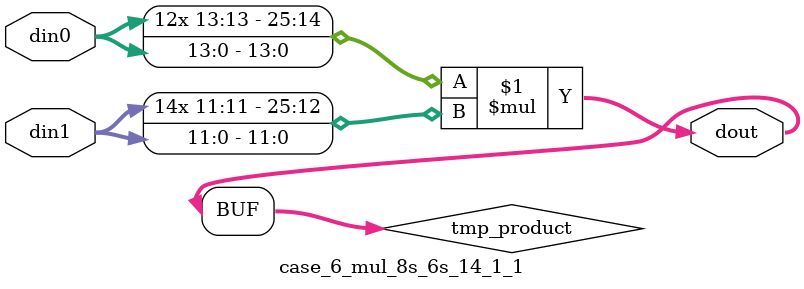
<source format=v>

`timescale 1 ns / 1 ps

 (* use_dsp = "no" *)  module case_6_mul_8s_6s_14_1_1(din0, din1, dout);
parameter ID = 1;
parameter NUM_STAGE = 0;
parameter din0_WIDTH = 14;
parameter din1_WIDTH = 12;
parameter dout_WIDTH = 26;

input [din0_WIDTH - 1 : 0] din0; 
input [din1_WIDTH - 1 : 0] din1; 
output [dout_WIDTH - 1 : 0] dout;

wire signed [dout_WIDTH - 1 : 0] tmp_product;



























assign tmp_product = $signed(din0) * $signed(din1);








assign dout = tmp_product;





















endmodule

</source>
